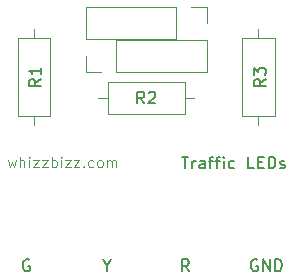
<source format=gto>
G04 #@! TF.GenerationSoftware,KiCad,Pcbnew,7.0.10*
G04 #@! TF.CreationDate,2024-07-28T21:48:16+02:00*
G04 #@! TF.ProjectId,Traffic LED Board,54726166-6669-4632-904c-454420426f61,rev?*
G04 #@! TF.SameCoordinates,Original*
G04 #@! TF.FileFunction,Legend,Top*
G04 #@! TF.FilePolarity,Positive*
%FSLAX46Y46*%
G04 Gerber Fmt 4.6, Leading zero omitted, Abs format (unit mm)*
G04 Created by KiCad (PCBNEW 7.0.10) date 2024-07-28 21:48:16*
%MOMM*%
%LPD*%
G01*
G04 APERTURE LIST*
%ADD10C,0.150000*%
%ADD11C,0.100000*%
%ADD12C,0.200000*%
%ADD13C,0.120000*%
%ADD14C,2.000000*%
%ADD15R,1.700000X1.700000*%
%ADD16O,1.700000X1.700000*%
%ADD17C,5.000000*%
%ADD18C,1.600000*%
%ADD19O,1.600000X1.600000*%
G04 APERTURE END LIST*
D10*
X116271922Y-114439819D02*
X116843350Y-114439819D01*
X116557636Y-115439819D02*
X116557636Y-114439819D01*
X117176684Y-115439819D02*
X117176684Y-114773152D01*
X117176684Y-114963628D02*
X117224303Y-114868390D01*
X117224303Y-114868390D02*
X117271922Y-114820771D01*
X117271922Y-114820771D02*
X117367160Y-114773152D01*
X117367160Y-114773152D02*
X117462398Y-114773152D01*
X118224303Y-115439819D02*
X118224303Y-114916009D01*
X118224303Y-114916009D02*
X118176684Y-114820771D01*
X118176684Y-114820771D02*
X118081446Y-114773152D01*
X118081446Y-114773152D02*
X117890970Y-114773152D01*
X117890970Y-114773152D02*
X117795732Y-114820771D01*
X118224303Y-115392200D02*
X118129065Y-115439819D01*
X118129065Y-115439819D02*
X117890970Y-115439819D01*
X117890970Y-115439819D02*
X117795732Y-115392200D01*
X117795732Y-115392200D02*
X117748113Y-115296961D01*
X117748113Y-115296961D02*
X117748113Y-115201723D01*
X117748113Y-115201723D02*
X117795732Y-115106485D01*
X117795732Y-115106485D02*
X117890970Y-115058866D01*
X117890970Y-115058866D02*
X118129065Y-115058866D01*
X118129065Y-115058866D02*
X118224303Y-115011247D01*
X118557637Y-114773152D02*
X118938589Y-114773152D01*
X118700494Y-115439819D02*
X118700494Y-114582676D01*
X118700494Y-114582676D02*
X118748113Y-114487438D01*
X118748113Y-114487438D02*
X118843351Y-114439819D01*
X118843351Y-114439819D02*
X118938589Y-114439819D01*
X119129066Y-114773152D02*
X119510018Y-114773152D01*
X119271923Y-115439819D02*
X119271923Y-114582676D01*
X119271923Y-114582676D02*
X119319542Y-114487438D01*
X119319542Y-114487438D02*
X119414780Y-114439819D01*
X119414780Y-114439819D02*
X119510018Y-114439819D01*
X119843352Y-115439819D02*
X119843352Y-114773152D01*
X119843352Y-114439819D02*
X119795733Y-114487438D01*
X119795733Y-114487438D02*
X119843352Y-114535057D01*
X119843352Y-114535057D02*
X119890971Y-114487438D01*
X119890971Y-114487438D02*
X119843352Y-114439819D01*
X119843352Y-114439819D02*
X119843352Y-114535057D01*
X120748113Y-115392200D02*
X120652875Y-115439819D01*
X120652875Y-115439819D02*
X120462399Y-115439819D01*
X120462399Y-115439819D02*
X120367161Y-115392200D01*
X120367161Y-115392200D02*
X120319542Y-115344580D01*
X120319542Y-115344580D02*
X120271923Y-115249342D01*
X120271923Y-115249342D02*
X120271923Y-114963628D01*
X120271923Y-114963628D02*
X120319542Y-114868390D01*
X120319542Y-114868390D02*
X120367161Y-114820771D01*
X120367161Y-114820771D02*
X120462399Y-114773152D01*
X120462399Y-114773152D02*
X120652875Y-114773152D01*
X120652875Y-114773152D02*
X120748113Y-114820771D01*
X122414780Y-115439819D02*
X121938590Y-115439819D01*
X121938590Y-115439819D02*
X121938590Y-114439819D01*
X122748114Y-114916009D02*
X123081447Y-114916009D01*
X123224304Y-115439819D02*
X122748114Y-115439819D01*
X122748114Y-115439819D02*
X122748114Y-114439819D01*
X122748114Y-114439819D02*
X123224304Y-114439819D01*
X123652876Y-115439819D02*
X123652876Y-114439819D01*
X123652876Y-114439819D02*
X123890971Y-114439819D01*
X123890971Y-114439819D02*
X124033828Y-114487438D01*
X124033828Y-114487438D02*
X124129066Y-114582676D01*
X124129066Y-114582676D02*
X124176685Y-114677914D01*
X124176685Y-114677914D02*
X124224304Y-114868390D01*
X124224304Y-114868390D02*
X124224304Y-115011247D01*
X124224304Y-115011247D02*
X124176685Y-115201723D01*
X124176685Y-115201723D02*
X124129066Y-115296961D01*
X124129066Y-115296961D02*
X124033828Y-115392200D01*
X124033828Y-115392200D02*
X123890971Y-115439819D01*
X123890971Y-115439819D02*
X123652876Y-115439819D01*
X124605257Y-115392200D02*
X124700495Y-115439819D01*
X124700495Y-115439819D02*
X124890971Y-115439819D01*
X124890971Y-115439819D02*
X124986209Y-115392200D01*
X124986209Y-115392200D02*
X125033828Y-115296961D01*
X125033828Y-115296961D02*
X125033828Y-115249342D01*
X125033828Y-115249342D02*
X124986209Y-115154104D01*
X124986209Y-115154104D02*
X124890971Y-115106485D01*
X124890971Y-115106485D02*
X124748114Y-115106485D01*
X124748114Y-115106485D02*
X124652876Y-115058866D01*
X124652876Y-115058866D02*
X124605257Y-114963628D01*
X124605257Y-114963628D02*
X124605257Y-114916009D01*
X124605257Y-114916009D02*
X124652876Y-114820771D01*
X124652876Y-114820771D02*
X124748114Y-114773152D01*
X124748114Y-114773152D02*
X124890971Y-114773152D01*
X124890971Y-114773152D02*
X124986209Y-114820771D01*
D11*
X101540360Y-114750907D02*
X101711789Y-115350907D01*
X101711789Y-115350907D02*
X101883217Y-114922335D01*
X101883217Y-114922335D02*
X102054646Y-115350907D01*
X102054646Y-115350907D02*
X102226074Y-114750907D01*
X102568931Y-115350907D02*
X102568931Y-114450907D01*
X102954646Y-115350907D02*
X102954646Y-114879478D01*
X102954646Y-114879478D02*
X102911788Y-114793764D01*
X102911788Y-114793764D02*
X102826074Y-114750907D01*
X102826074Y-114750907D02*
X102697503Y-114750907D01*
X102697503Y-114750907D02*
X102611788Y-114793764D01*
X102611788Y-114793764D02*
X102568931Y-114836621D01*
X103383217Y-115350907D02*
X103383217Y-114750907D01*
X103383217Y-114450907D02*
X103340360Y-114493764D01*
X103340360Y-114493764D02*
X103383217Y-114536621D01*
X103383217Y-114536621D02*
X103426074Y-114493764D01*
X103426074Y-114493764D02*
X103383217Y-114450907D01*
X103383217Y-114450907D02*
X103383217Y-114536621D01*
X103726074Y-114750907D02*
X104197503Y-114750907D01*
X104197503Y-114750907D02*
X103726074Y-115350907D01*
X103726074Y-115350907D02*
X104197503Y-115350907D01*
X104454645Y-114750907D02*
X104926074Y-114750907D01*
X104926074Y-114750907D02*
X104454645Y-115350907D01*
X104454645Y-115350907D02*
X104926074Y-115350907D01*
X105268930Y-115350907D02*
X105268930Y-114450907D01*
X105268930Y-114793764D02*
X105354645Y-114750907D01*
X105354645Y-114750907D02*
X105526073Y-114750907D01*
X105526073Y-114750907D02*
X105611787Y-114793764D01*
X105611787Y-114793764D02*
X105654645Y-114836621D01*
X105654645Y-114836621D02*
X105697502Y-114922335D01*
X105697502Y-114922335D02*
X105697502Y-115179478D01*
X105697502Y-115179478D02*
X105654645Y-115265192D01*
X105654645Y-115265192D02*
X105611787Y-115308050D01*
X105611787Y-115308050D02*
X105526073Y-115350907D01*
X105526073Y-115350907D02*
X105354645Y-115350907D01*
X105354645Y-115350907D02*
X105268930Y-115308050D01*
X106083216Y-115350907D02*
X106083216Y-114750907D01*
X106083216Y-114450907D02*
X106040359Y-114493764D01*
X106040359Y-114493764D02*
X106083216Y-114536621D01*
X106083216Y-114536621D02*
X106126073Y-114493764D01*
X106126073Y-114493764D02*
X106083216Y-114450907D01*
X106083216Y-114450907D02*
X106083216Y-114536621D01*
X106426073Y-114750907D02*
X106897502Y-114750907D01*
X106897502Y-114750907D02*
X106426073Y-115350907D01*
X106426073Y-115350907D02*
X106897502Y-115350907D01*
X107154644Y-114750907D02*
X107626073Y-114750907D01*
X107626073Y-114750907D02*
X107154644Y-115350907D01*
X107154644Y-115350907D02*
X107626073Y-115350907D01*
X107968929Y-115265192D02*
X108011786Y-115308050D01*
X108011786Y-115308050D02*
X107968929Y-115350907D01*
X107968929Y-115350907D02*
X107926072Y-115308050D01*
X107926072Y-115308050D02*
X107968929Y-115265192D01*
X107968929Y-115265192D02*
X107968929Y-115350907D01*
X108783215Y-115308050D02*
X108697500Y-115350907D01*
X108697500Y-115350907D02*
X108526072Y-115350907D01*
X108526072Y-115350907D02*
X108440357Y-115308050D01*
X108440357Y-115308050D02*
X108397500Y-115265192D01*
X108397500Y-115265192D02*
X108354643Y-115179478D01*
X108354643Y-115179478D02*
X108354643Y-114922335D01*
X108354643Y-114922335D02*
X108397500Y-114836621D01*
X108397500Y-114836621D02*
X108440357Y-114793764D01*
X108440357Y-114793764D02*
X108526072Y-114750907D01*
X108526072Y-114750907D02*
X108697500Y-114750907D01*
X108697500Y-114750907D02*
X108783215Y-114793764D01*
X109297501Y-115350907D02*
X109211786Y-115308050D01*
X109211786Y-115308050D02*
X109168929Y-115265192D01*
X109168929Y-115265192D02*
X109126072Y-115179478D01*
X109126072Y-115179478D02*
X109126072Y-114922335D01*
X109126072Y-114922335D02*
X109168929Y-114836621D01*
X109168929Y-114836621D02*
X109211786Y-114793764D01*
X109211786Y-114793764D02*
X109297501Y-114750907D01*
X109297501Y-114750907D02*
X109426072Y-114750907D01*
X109426072Y-114750907D02*
X109511786Y-114793764D01*
X109511786Y-114793764D02*
X109554644Y-114836621D01*
X109554644Y-114836621D02*
X109597501Y-114922335D01*
X109597501Y-114922335D02*
X109597501Y-115179478D01*
X109597501Y-115179478D02*
X109554644Y-115265192D01*
X109554644Y-115265192D02*
X109511786Y-115308050D01*
X109511786Y-115308050D02*
X109426072Y-115350907D01*
X109426072Y-115350907D02*
X109297501Y-115350907D01*
X109983215Y-115350907D02*
X109983215Y-114750907D01*
X109983215Y-114836621D02*
X110026072Y-114793764D01*
X110026072Y-114793764D02*
X110111787Y-114750907D01*
X110111787Y-114750907D02*
X110240358Y-114750907D01*
X110240358Y-114750907D02*
X110326072Y-114793764D01*
X110326072Y-114793764D02*
X110368930Y-114879478D01*
X110368930Y-114879478D02*
X110368930Y-115350907D01*
X110368930Y-114879478D02*
X110411787Y-114793764D01*
X110411787Y-114793764D02*
X110497501Y-114750907D01*
X110497501Y-114750907D02*
X110626072Y-114750907D01*
X110626072Y-114750907D02*
X110711787Y-114793764D01*
X110711787Y-114793764D02*
X110754644Y-114879478D01*
X110754644Y-114879478D02*
X110754644Y-115350907D01*
D10*
X109982000Y-123660455D02*
X109982000Y-124136646D01*
X109648667Y-123136646D02*
X109982000Y-123660455D01*
X109982000Y-123660455D02*
X110315333Y-123136646D01*
X104340819Y-107862666D02*
X103864628Y-108195999D01*
X104340819Y-108434094D02*
X103340819Y-108434094D01*
X103340819Y-108434094D02*
X103340819Y-108053142D01*
X103340819Y-108053142D02*
X103388438Y-107957904D01*
X103388438Y-107957904D02*
X103436057Y-107910285D01*
X103436057Y-107910285D02*
X103531295Y-107862666D01*
X103531295Y-107862666D02*
X103674152Y-107862666D01*
X103674152Y-107862666D02*
X103769390Y-107910285D01*
X103769390Y-107910285D02*
X103817009Y-107957904D01*
X103817009Y-107957904D02*
X103864628Y-108053142D01*
X103864628Y-108053142D02*
X103864628Y-108434094D01*
X104340819Y-106910285D02*
X104340819Y-107481713D01*
X104340819Y-107195999D02*
X103340819Y-107195999D01*
X103340819Y-107195999D02*
X103483676Y-107291237D01*
X103483676Y-107291237D02*
X103578914Y-107386475D01*
X103578914Y-107386475D02*
X103626533Y-107481713D01*
X123390819Y-107862666D02*
X122914628Y-108195999D01*
X123390819Y-108434094D02*
X122390819Y-108434094D01*
X122390819Y-108434094D02*
X122390819Y-108053142D01*
X122390819Y-108053142D02*
X122438438Y-107957904D01*
X122438438Y-107957904D02*
X122486057Y-107910285D01*
X122486057Y-107910285D02*
X122581295Y-107862666D01*
X122581295Y-107862666D02*
X122724152Y-107862666D01*
X122724152Y-107862666D02*
X122819390Y-107910285D01*
X122819390Y-107910285D02*
X122867009Y-107957904D01*
X122867009Y-107957904D02*
X122914628Y-108053142D01*
X122914628Y-108053142D02*
X122914628Y-108434094D01*
X122390819Y-107529332D02*
X122390819Y-106910285D01*
X122390819Y-106910285D02*
X122771771Y-107243618D01*
X122771771Y-107243618D02*
X122771771Y-107100761D01*
X122771771Y-107100761D02*
X122819390Y-107005523D01*
X122819390Y-107005523D02*
X122867009Y-106957904D01*
X122867009Y-106957904D02*
X122962247Y-106910285D01*
X122962247Y-106910285D02*
X123200342Y-106910285D01*
X123200342Y-106910285D02*
X123295580Y-106957904D01*
X123295580Y-106957904D02*
X123343200Y-107005523D01*
X123343200Y-107005523D02*
X123390819Y-107100761D01*
X123390819Y-107100761D02*
X123390819Y-107386475D01*
X123390819Y-107386475D02*
X123343200Y-107481713D01*
X123343200Y-107481713D02*
X123295580Y-107529332D01*
X116895523Y-124136646D02*
X116562190Y-123660455D01*
X116324095Y-124136646D02*
X116324095Y-123136646D01*
X116324095Y-123136646D02*
X116705047Y-123136646D01*
X116705047Y-123136646D02*
X116800285Y-123184265D01*
X116800285Y-123184265D02*
X116847904Y-123231884D01*
X116847904Y-123231884D02*
X116895523Y-123327122D01*
X116895523Y-123327122D02*
X116895523Y-123469979D01*
X116895523Y-123469979D02*
X116847904Y-123565217D01*
X116847904Y-123565217D02*
X116800285Y-123612836D01*
X116800285Y-123612836D02*
X116705047Y-123660455D01*
X116705047Y-123660455D02*
X116324095Y-123660455D01*
D12*
X122682095Y-123181665D02*
X122586857Y-123134046D01*
X122586857Y-123134046D02*
X122444000Y-123134046D01*
X122444000Y-123134046D02*
X122301143Y-123181665D01*
X122301143Y-123181665D02*
X122205905Y-123276903D01*
X122205905Y-123276903D02*
X122158286Y-123372141D01*
X122158286Y-123372141D02*
X122110667Y-123562617D01*
X122110667Y-123562617D02*
X122110667Y-123705474D01*
X122110667Y-123705474D02*
X122158286Y-123895950D01*
X122158286Y-123895950D02*
X122205905Y-123991188D01*
X122205905Y-123991188D02*
X122301143Y-124086427D01*
X122301143Y-124086427D02*
X122444000Y-124134046D01*
X122444000Y-124134046D02*
X122539238Y-124134046D01*
X122539238Y-124134046D02*
X122682095Y-124086427D01*
X122682095Y-124086427D02*
X122729714Y-124038807D01*
X122729714Y-124038807D02*
X122729714Y-123705474D01*
X122729714Y-123705474D02*
X122539238Y-123705474D01*
X123158286Y-124134046D02*
X123158286Y-123134046D01*
X123158286Y-123134046D02*
X123729714Y-124134046D01*
X123729714Y-124134046D02*
X123729714Y-123134046D01*
X124205905Y-124134046D02*
X124205905Y-123134046D01*
X124205905Y-123134046D02*
X124444000Y-123134046D01*
X124444000Y-123134046D02*
X124586857Y-123181665D01*
X124586857Y-123181665D02*
X124682095Y-123276903D01*
X124682095Y-123276903D02*
X124729714Y-123372141D01*
X124729714Y-123372141D02*
X124777333Y-123562617D01*
X124777333Y-123562617D02*
X124777333Y-123705474D01*
X124777333Y-123705474D02*
X124729714Y-123895950D01*
X124729714Y-123895950D02*
X124682095Y-123991188D01*
X124682095Y-123991188D02*
X124586857Y-124086427D01*
X124586857Y-124086427D02*
X124444000Y-124134046D01*
X124444000Y-124134046D02*
X124205905Y-124134046D01*
D10*
X113107333Y-109928819D02*
X112774000Y-109452628D01*
X112535905Y-109928819D02*
X112535905Y-108928819D01*
X112535905Y-108928819D02*
X112916857Y-108928819D01*
X112916857Y-108928819D02*
X113012095Y-108976438D01*
X113012095Y-108976438D02*
X113059714Y-109024057D01*
X113059714Y-109024057D02*
X113107333Y-109119295D01*
X113107333Y-109119295D02*
X113107333Y-109262152D01*
X113107333Y-109262152D02*
X113059714Y-109357390D01*
X113059714Y-109357390D02*
X113012095Y-109405009D01*
X113012095Y-109405009D02*
X112916857Y-109452628D01*
X112916857Y-109452628D02*
X112535905Y-109452628D01*
X113488286Y-109024057D02*
X113535905Y-108976438D01*
X113535905Y-108976438D02*
X113631143Y-108928819D01*
X113631143Y-108928819D02*
X113869238Y-108928819D01*
X113869238Y-108928819D02*
X113964476Y-108976438D01*
X113964476Y-108976438D02*
X114012095Y-109024057D01*
X114012095Y-109024057D02*
X114059714Y-109119295D01*
X114059714Y-109119295D02*
X114059714Y-109214533D01*
X114059714Y-109214533D02*
X114012095Y-109357390D01*
X114012095Y-109357390D02*
X113440667Y-109928819D01*
X113440667Y-109928819D02*
X114059714Y-109928819D01*
X103385904Y-123184265D02*
X103290666Y-123136646D01*
X103290666Y-123136646D02*
X103147809Y-123136646D01*
X103147809Y-123136646D02*
X103004952Y-123184265D01*
X103004952Y-123184265D02*
X102909714Y-123279503D01*
X102909714Y-123279503D02*
X102862095Y-123374741D01*
X102862095Y-123374741D02*
X102814476Y-123565217D01*
X102814476Y-123565217D02*
X102814476Y-123708074D01*
X102814476Y-123708074D02*
X102862095Y-123898550D01*
X102862095Y-123898550D02*
X102909714Y-123993788D01*
X102909714Y-123993788D02*
X103004952Y-124089027D01*
X103004952Y-124089027D02*
X103147809Y-124136646D01*
X103147809Y-124136646D02*
X103243047Y-124136646D01*
X103243047Y-124136646D02*
X103385904Y-124089027D01*
X103385904Y-124089027D02*
X103433523Y-124041407D01*
X103433523Y-124041407D02*
X103433523Y-123708074D01*
X103433523Y-123708074D02*
X103243047Y-123708074D01*
D13*
X108144000Y-107248000D02*
X108144000Y-105918000D01*
X109474000Y-107248000D02*
X108144000Y-107248000D01*
X110744000Y-107248000D02*
X118424000Y-107248000D01*
X110744000Y-107248000D02*
X110744000Y-104588000D01*
X118424000Y-107248000D02*
X118424000Y-104588000D01*
X110744000Y-104588000D02*
X118424000Y-104588000D01*
X103774000Y-111736000D02*
X103774000Y-110966000D01*
X102404000Y-110966000D02*
X105144000Y-110966000D01*
X105144000Y-110966000D02*
X105144000Y-104426000D01*
X102404000Y-104426000D02*
X102404000Y-110966000D01*
X105144000Y-104426000D02*
X102404000Y-104426000D01*
X103774000Y-103656000D02*
X103774000Y-104426000D01*
X122774000Y-111736000D02*
X122774000Y-110966000D01*
X121404000Y-110966000D02*
X124144000Y-110966000D01*
X124144000Y-110966000D02*
X124144000Y-104426000D01*
X121404000Y-104426000D02*
X121404000Y-110966000D01*
X124144000Y-104426000D02*
X121404000Y-104426000D01*
X122774000Y-103656000D02*
X122774000Y-104426000D01*
X118424000Y-101794000D02*
X118424000Y-103124000D01*
X117094000Y-101794000D02*
X118424000Y-101794000D01*
X115824000Y-101794000D02*
X108144000Y-101794000D01*
X115824000Y-101794000D02*
X115824000Y-104454000D01*
X108144000Y-101794000D02*
X108144000Y-104454000D01*
X115824000Y-104454000D02*
X108144000Y-104454000D01*
X109234000Y-109474000D02*
X110004000Y-109474000D01*
X110004000Y-108104000D02*
X110004000Y-110844000D01*
X110004000Y-110844000D02*
X116544000Y-110844000D01*
X116544000Y-108104000D02*
X110004000Y-108104000D01*
X116544000Y-110844000D02*
X116544000Y-108104000D01*
X117314000Y-109474000D02*
X116544000Y-109474000D01*
%LPC*%
D14*
X113274000Y-115000000D03*
D15*
X109474000Y-105918000D03*
D16*
X112014000Y-105918000D03*
X114554000Y-105918000D03*
X117094000Y-105918000D03*
D17*
X109950599Y-120064356D03*
D18*
X103774000Y-112776000D03*
D19*
X103774000Y-102616000D03*
D18*
X122774000Y-112776000D03*
D19*
X122774000Y-102616000D03*
D15*
X117094000Y-103124000D03*
D16*
X114554000Y-103124000D03*
X112014000Y-103124000D03*
X109474000Y-103124000D03*
D17*
X103283933Y-120064356D03*
X123283933Y-120064356D03*
D18*
X108194000Y-109474000D03*
D19*
X118354000Y-109474000D03*
D17*
X116617265Y-120064356D03*
%LPD*%
M02*

</source>
